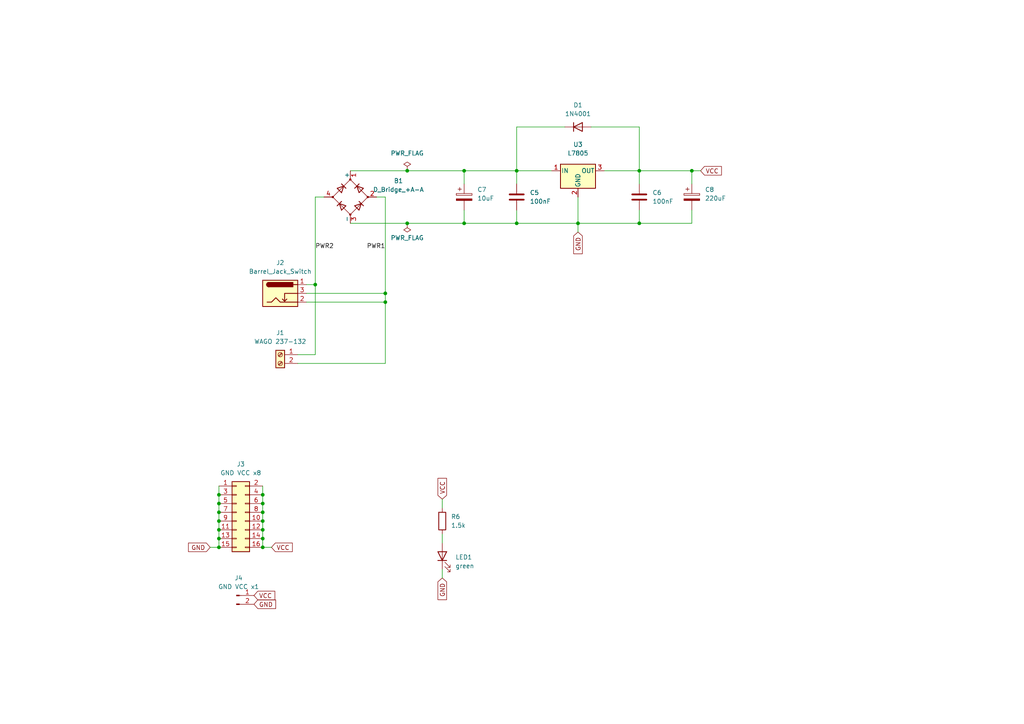
<source format=kicad_sch>
(kicad_sch (version 20211123) (generator eeschema)
  (paper "A4")
  (lib_symbols
    (symbol "Connector:Barrel_Jack_Switch" (pin_names hide)
      (property "Reference" "J" (at 0 5.334 0))
      (property "Value" "Barrel_Jack_Switch" (at 0 -5.08 0))
      (symbol "Barrel_Jack_Switch_0_1"
        (rectangle (start -5.08 3.81) (end 5.08 -3.81) (stroke (width 0.254)) (fill (type background)))
        (arc (start -3.302 3.175) (mid -3.937 2.54) (end -3.302 1.905) (stroke (width 0.254)))
        (arc (start -3.302 3.175) (mid -3.937 2.54) (end -3.302 1.905) (stroke (width 0.254)) (fill (type outline)))
        (polyline (pts (xy 1.27 -2.286) (xy 1.905 -1.651)) (stroke (width 0.254)))
        (polyline (pts (xy 5.08 2.54) (xy 3.81 2.54)) (stroke (width 0.254)))
        (polyline (pts (xy 5.08 0) (xy 1.27 0) (xy 1.27 -2.286) (xy 0.635 -1.651)) (stroke (width 0.254)))
        (polyline (pts (xy -3.81 -2.54) (xy -2.54 -2.54) (xy -1.27 -1.27) (xy 0 -2.54) (xy 2.54 -2.54) (xy 5.08 -2.54)) (stroke (width 0.254)))
        (rectangle (start 3.683 3.175) (end -3.302 1.905) (stroke (width 0.254)) (fill (type outline)))
      )
      (symbol "Barrel_Jack_Switch_1_1"
        (pin passive line (at 7.62 2.54 180) (length 2.54) (name "~") (number "1"))
        (pin passive line (at 7.62 -2.54 180) (length 2.54) (name "~") (number "2"))
        (pin passive line (at 7.62 0 180) (length 2.54) (name "~") (number "3"))
      )
    )
    (symbol "Connector:Conn_01x02_Male" (pin_names (offset 1.016) hide)
      (property "Reference" "J" (at 0 2.54 0))
      (property "Value" "Conn_01x02_Male" (at 0 -5.08 0))
      (symbol "Conn_01x02_Male_1_1"
        (polyline (pts (xy 1.27 -2.54) (xy 0.8636 -2.54)) (stroke (width 0.1524)))
        (polyline (pts (xy 1.27 0) (xy 0.8636 0)) (stroke (width 0.1524)))
        (rectangle (start 0.8636 -2.413) (end 0 -2.667) (stroke (width 0.1524)) (fill (type outline)))
        (rectangle (start 0.8636 0.127) (end 0 -0.127) (stroke (width 0.1524)) (fill (type outline)))
        (pin passive line (at 5.08 0 180) (length 3.81) (name "Pin_1") (number "1"))
        (pin passive line (at 5.08 -2.54 180) (length 3.81) (name "Pin_2") (number "2"))
      )
    )
    (symbol "Connector:Screw_Terminal_01x02" (pin_names (offset 1.016) hide)
      (property "Reference" "J" (at 0 2.54 0))
      (property "Value" "Screw_Terminal_01x02" (at 0 -5.08 0))
      (symbol "Screw_Terminal_01x02_1_1"
        (rectangle (start -1.27 1.27) (end 1.27 -3.81) (stroke (width 0.254)) (fill (type background)))
        (circle (center 0 -2.54) (radius 0.635) (stroke (width 0.1524)))
        (polyline (pts (xy -0.5334 -2.2098) (xy 0.3302 -3.048)) (stroke (width 0.1524)))
        (polyline (pts (xy -0.5334 0.3302) (xy 0.3302 -0.508)) (stroke (width 0.1524)))
        (polyline (pts (xy -0.3556 -2.032) (xy 0.508 -2.8702)) (stroke (width 0.1524)))
        (polyline (pts (xy -0.3556 0.508) (xy 0.508 -0.3302)) (stroke (width 0.1524)))
        (circle (center 0 0) (radius 0.635) (stroke (width 0.1524)))
        (pin passive line (at -5.08 0 0) (length 3.81) (name "Pin_1") (number "1"))
        (pin passive line (at -5.08 -2.54 0) (length 3.81) (name "Pin_2") (number "2"))
      )
    )
    (symbol "Connector_Generic:Conn_02x08_Odd_Even" (pin_names (offset 1.016) hide)
      (property "Reference" "J" (at 1.27 10.16 0))
      (property "Value" "Conn_02x08_Odd_Even" (at 1.27 -12.7 0))
      (symbol "Conn_02x08_Odd_Even_1_1"
        (rectangle (start -1.27 -10.033) (end 0 -10.287) (stroke (width 0.1524)))
        (rectangle (start -1.27 -7.493) (end 0 -7.747) (stroke (width 0.1524)))
        (rectangle (start -1.27 -4.953) (end 0 -5.207) (stroke (width 0.1524)))
        (rectangle (start -1.27 -2.413) (end 0 -2.667) (stroke (width 0.1524)))
        (rectangle (start -1.27 0.127) (end 0 -0.127) (stroke (width 0.1524)))
        (rectangle (start -1.27 2.667) (end 0 2.413) (stroke (width 0.1524)))
        (rectangle (start -1.27 5.207) (end 0 4.953) (stroke (width 0.1524)))
        (rectangle (start -1.27 7.747) (end 0 7.493) (stroke (width 0.1524)))
        (rectangle (start -1.27 8.89) (end 3.81 -11.43) (stroke (width 0.254)) (fill (type background)))
        (rectangle (start 3.81 -10.033) (end 2.54 -10.287) (stroke (width 0.1524)))
        (rectangle (start 3.81 -7.493) (end 2.54 -7.747) (stroke (width 0.1524)))
        (rectangle (start 3.81 -4.953) (end 2.54 -5.207) (stroke (width 0.1524)))
        (rectangle (start 3.81 -2.413) (end 2.54 -2.667) (stroke (width 0.1524)))
        (rectangle (start 3.81 0.127) (end 2.54 -0.127) (stroke (width 0.1524)))
        (rectangle (start 3.81 2.667) (end 2.54 2.413) (stroke (width 0.1524)))
        (rectangle (start 3.81 5.207) (end 2.54 4.953) (stroke (width 0.1524)))
        (rectangle (start 3.81 7.747) (end 2.54 7.493) (stroke (width 0.1524)))
        (pin passive line (at -5.08 7.62 0) (length 3.81) (name "Pin_1") (number "1"))
        (pin passive line (at 7.62 -2.54 180) (length 3.81) (name "Pin_10") (number "10"))
        (pin passive line (at -5.08 -5.08 0) (length 3.81) (name "Pin_11") (number "11"))
        (pin passive line (at 7.62 -5.08 180) (length 3.81) (name "Pin_12") (number "12"))
        (pin passive line (at -5.08 -7.62 0) (length 3.81) (name "Pin_13") (number "13"))
        (pin passive line (at 7.62 -7.62 180) (length 3.81) (name "Pin_14") (number "14"))
        (pin passive line (at -5.08 -10.16 0) (length 3.81) (name "Pin_15") (number "15"))
        (pin passive line (at 7.62 -10.16 180) (length 3.81) (name "Pin_16") (number "16"))
        (pin passive line (at 7.62 7.62 180) (length 3.81) (name "Pin_2") (number "2"))
        (pin passive line (at -5.08 5.08 0) (length 3.81) (name "Pin_3") (number "3"))
        (pin passive line (at 7.62 5.08 180) (length 3.81) (name "Pin_4") (number "4"))
        (pin passive line (at -5.08 2.54 0) (length 3.81) (name "Pin_5") (number "5"))
        (pin passive line (at 7.62 2.54 180) (length 3.81) (name "Pin_6") (number "6"))
        (pin passive line (at -5.08 0 0) (length 3.81) (name "Pin_7") (number "7"))
        (pin passive line (at 7.62 0 180) (length 3.81) (name "Pin_8") (number "8"))
        (pin passive line (at -5.08 -2.54 0) (length 3.81) (name "Pin_9") (number "9"))
      )
    )
    (symbol "Device:C" (pin_numbers hide) (pin_names (offset 0.254))
      (property "Reference" "C" (at 0.635 2.54 0))
      (property "Value" "C" (at 0.635 -2.54 0))
      (symbol "C_0_1"
        (polyline (pts (xy -2.032 -0.762) (xy 2.032 -0.762)) (stroke (width 0.508)))
        (polyline (pts (xy -2.032 0.762) (xy 2.032 0.762)) (stroke (width 0.508)))
      )
      (symbol "C_1_1"
        (pin passive line (at 0 3.81 270) (length 2.794) (name "~") (number "1"))
        (pin passive line (at 0 -3.81 90) (length 2.794) (name "~") (number "2"))
      )
    )
    (symbol "Device:C_Polarized" (pin_numbers hide) (pin_names (offset 0.254))
      (property "Reference" "C" (at 0.635 2.54 0))
      (property "Value" "C_Polarized" (at 0.635 -2.54 0))
      (symbol "C_Polarized_0_1"
        (rectangle (start -2.286 0.508) (end 2.286 1.016))
        (polyline (pts (xy -1.778 2.286) (xy -0.762 2.286)))
        (polyline (pts (xy -1.27 2.794) (xy -1.27 1.778)))
        (rectangle (start 2.286 -0.508) (end -2.286 -1.016) (fill (type outline)))
      )
      (symbol "C_Polarized_1_1"
        (pin passive line (at 0 3.81 270) (length 2.794) (name "~") (number "1"))
        (pin passive line (at 0 -3.81 90) (length 2.794) (name "~") (number "2"))
      )
    )
    (symbol "Device:D_Bridge_+A-A" (pin_names (offset 0))
      (property "Reference" "D" (at 2.54 6.985 0))
      (property "Value" "D_Bridge_+A-A" (at 2.54 5.08 0))
      (symbol "D_Bridge_+A-A_0_1"
        (circle (center -5.08 0) (radius 0.254) (fill (type outline)))
        (circle (center 0 -5.08) (radius 0.254) (fill (type outline)))
        (polyline (pts (xy -2.54 3.81) (xy -1.27 2.54)) (stroke (width 0.254)))
        (polyline (pts (xy -1.27 -2.54) (xy -2.54 -3.81)) (stroke (width 0.254)))
        (polyline (pts (xy 2.54 -1.27) (xy 3.81 -2.54)) (stroke (width 0.254)))
        (polyline (pts (xy 2.54 1.27) (xy 3.81 2.54)) (stroke (width 0.254)))
        (polyline (pts (xy -3.81 2.54) (xy -2.54 1.27) (xy -1.905 3.175) (xy -3.81 2.54)) (stroke (width 0.254)))
        (polyline (pts (xy -2.54 -1.27) (xy -3.81 -2.54) (xy -1.905 -3.175) (xy -2.54 -1.27)) (stroke (width 0.254)))
        (polyline (pts (xy 1.27 2.54) (xy 2.54 3.81) (xy 3.175 1.905) (xy 1.27 2.54)) (stroke (width 0.254)))
        (polyline (pts (xy 3.175 -1.905) (xy 1.27 -2.54) (xy 2.54 -3.81) (xy 3.175 -1.905)) (stroke (width 0.254)))
        (polyline (pts (xy -5.08 0) (xy 0 -5.08) (xy 5.08 0) (xy 0 5.08) (xy -5.08 0)))
        (circle (center 0 5.08) (radius 0.254) (fill (type outline)))
        (circle (center 5.08 0) (radius 0.254) (fill (type outline)))
      )
      (symbol "D_Bridge_+A-A_1_1"
        (pin passive line (at 7.62 0 180) (length 2.54) (name "+") (number "1"))
        (pin passive line (at 0 -7.62 90) (length 2.54) (name "~") (number "2"))
        (pin passive line (at -7.62 0 0) (length 2.54) (name "-") (number "3"))
        (pin passive line (at 0 7.62 270) (length 2.54) (name "~") (number "4"))
      )
    )
    (symbol "Device:LED" (pin_numbers hide) (pin_names (offset 1.016) hide)
      (property "Reference" "D" (at 0 2.54 0))
      (property "Value" "LED" (at 0 -2.54 0))
      (symbol "LED_0_1"
        (polyline (pts (xy -1.27 -1.27) (xy -1.27 1.27)) (stroke (width 0.254)))
        (polyline (pts (xy -1.27 0) (xy 1.27 0)))
        (polyline (pts (xy 1.27 -1.27) (xy 1.27 1.27) (xy -1.27 0) (xy 1.27 -1.27)) (stroke (width 0.254)))
        (polyline (pts (xy -3.048 -0.762) (xy -4.572 -2.286) (xy -3.81 -2.286) (xy -4.572 -2.286) (xy -4.572 -1.524)))
        (polyline (pts (xy -1.778 -0.762) (xy -3.302 -2.286) (xy -2.54 -2.286) (xy -3.302 -2.286) (xy -3.302 -1.524)))
      )
      (symbol "LED_1_1"
        (pin passive line (at -3.81 0 0) (length 2.54) (name "K") (number "1"))
        (pin passive line (at 3.81 0 180) (length 2.54) (name "A") (number "2"))
      )
    )
    (symbol "Device:R" (pin_numbers hide) (pin_names (offset 0))
      (property "Reference" "R" (at 2.032 0 90))
      (property "Value" "R" (at 0 0 90))
      (symbol "R_0_1"
        (rectangle (start -1.016 -2.54) (end 1.016 2.54) (stroke (width 0.254)))
      )
      (symbol "R_1_1"
        (pin passive line (at 0 3.81 270) (length 1.27) (name "~") (number "1"))
        (pin passive line (at 0 -3.81 90) (length 1.27) (name "~") (number "2"))
      )
    )
    (symbol "Diode:1N4001" (pin_numbers hide) (pin_names (offset 1.016) hide)
      (property "Reference" "D" (at 0 2.54 0))
      (property "Value" "1N4001" (at 0 -2.54 0))
      (symbol "1N4001_0_1"
        (polyline (pts (xy -1.27 1.27) (xy -1.27 -1.27)) (stroke (width 0.254)))
        (polyline (pts (xy 1.27 0) (xy -1.27 0)))
        (polyline (pts (xy 1.27 1.27) (xy 1.27 -1.27) (xy -1.27 0) (xy 1.27 1.27)) (stroke (width 0.254)))
      )
      (symbol "1N4001_1_1"
        (pin passive line (at -3.81 0 0) (length 2.54) (name "K") (number "1"))
        (pin passive line (at 3.81 0 180) (length 2.54) (name "A") (number "2"))
      )
    )
    (symbol "Regulator_Linear:L7805" (pin_names (offset 0.254))
      (property "Reference" "U" (at -3.81 3.175 0))
      (property "Value" "L7805" (at 0 3.175 0))
      (symbol "L7805_0_1"
        (rectangle (start -5.08 1.905) (end 5.08 -5.08) (stroke (width 0.254)) (fill (type background)))
      )
      (symbol "L7805_1_1"
        (pin power_in line (at -7.62 0 0) (length 2.54) (name "IN") (number "1"))
        (pin power_in line (at 0 -7.62 90) (length 2.54) (name "GND") (number "2"))
        (pin power_out line (at 7.62 0 180) (length 2.54) (name "OUT") (number "3"))
      )
    )
    (symbol "power:PWR_FLAG" (power) (pin_numbers hide) (pin_names (offset 0) hide)
      (property "Value" "PWR_FLAG" (at 0 3.81 0))
      (symbol "PWR_FLAG_0_0"
        (pin power_out line (at 0 0 90) (length 0) (name "pwr") (number "1"))
      )
      (symbol "PWR_FLAG_0_1"
        (polyline (pts (xy 0 0) (xy 0 1.27) (xy -1.016 1.905) (xy 0 2.54) (xy 1.016 1.905) (xy 0 1.27)))
      )
    )
  )
  (junction (at 63.5 143.51))
  (junction (at 76.2 146.05))
  (junction (at 76.2 153.67))
  (junction (at 134.62 64.77))
  (junction (at 111.76 85.09))
  (junction (at 134.62 49.53))
  (junction (at 63.5 146.05))
  (junction (at 63.5 151.13))
  (junction (at 76.2 158.75))
  (junction (at 200.66 49.53))
  (junction (at 118.11 64.77))
  (junction (at 185.42 64.77))
  (junction (at 63.5 158.75))
  (junction (at 111.76 87.63))
  (junction (at 91.44 82.55))
  (junction (at 63.5 148.59))
  (junction (at 76.2 151.13))
  (junction (at 185.42 49.53))
  (junction (at 63.5 153.67))
  (junction (at 76.2 143.51))
  (junction (at 76.2 148.59))
  (junction (at 118.11 49.53))
  (junction (at 63.5 156.21))
  (junction (at 149.86 64.77))
  (junction (at 76.2 156.21))
  (junction (at 167.64 64.77))
  (junction (at 149.86 49.53))
  (wire (pts (xy 111.76 57.15) (xy 111.76 85.09)))
  (wire (pts (xy 118.11 64.77) (xy 134.62 64.77)))
  (wire (pts (xy 60.96 158.75) (xy 63.5 158.75)))
  (wire (pts (xy 128.27 154.94) (xy 128.27 157.48)))
  (wire (pts (xy 88.9 87.63) (xy 111.76 87.63)))
  (wire (pts (xy 76.2 148.59) (xy 76.2 151.13)))
  (wire (pts (xy 76.2 158.75) (xy 78.74 158.75)))
  (wire (pts (xy 200.66 60.96) (xy 200.66 64.77)))
  (wire (pts (xy 93.98 57.15) (xy 91.44 57.15)))
  (wire (pts (xy 86.36 102.87) (xy 91.44 102.87)))
  (wire (pts (xy 63.5 143.51) (xy 63.5 146.05)))
  (wire (pts (xy 63.5 140.97) (xy 63.5 143.51)))
  (wire (pts (xy 200.66 49.53) (xy 203.2 49.53)))
  (wire (pts (xy 185.42 49.53) (xy 185.42 53.34)))
  (wire (pts (xy 101.6 64.77) (xy 118.11 64.77)))
  (wire (pts (xy 149.86 36.83) (xy 149.86 49.53)))
  (wire (pts (xy 111.76 57.15) (xy 109.22 57.15)))
  (wire (pts (xy 63.5 151.13) (xy 63.5 153.67)))
  (wire (pts (xy 167.64 64.77) (xy 167.64 67.31)))
  (wire (pts (xy 111.76 105.41) (xy 111.76 87.63)))
  (wire (pts (xy 63.5 153.67) (xy 63.5 156.21)))
  (wire (pts (xy 76.2 143.51) (xy 76.2 146.05)))
  (wire (pts (xy 76.2 153.67) (xy 76.2 156.21)))
  (wire (pts (xy 76.2 151.13) (xy 76.2 153.67)))
  (wire (pts (xy 149.86 60.96) (xy 149.86 64.77)))
  (wire (pts (xy 91.44 57.15) (xy 91.44 82.55)))
  (wire (pts (xy 111.76 87.63) (xy 111.76 85.09)))
  (wire (pts (xy 167.64 64.77) (xy 149.86 64.77)))
  (wire (pts (xy 88.9 82.55) (xy 91.44 82.55)))
  (wire (pts (xy 63.5 148.59) (xy 63.5 151.13)))
  (wire (pts (xy 91.44 82.55) (xy 91.44 102.87)))
  (wire (pts (xy 185.42 64.77) (xy 167.64 64.77)))
  (wire (pts (xy 185.42 36.83) (xy 185.42 49.53)))
  (wire (pts (xy 134.62 64.77) (xy 134.62 60.96)))
  (wire (pts (xy 200.66 49.53) (xy 200.66 53.34)))
  (wire (pts (xy 175.26 49.53) (xy 185.42 49.53)))
  (wire (pts (xy 118.11 49.53) (xy 134.62 49.53)))
  (wire (pts (xy 86.36 105.41) (xy 111.76 105.41)))
  (wire (pts (xy 76.2 146.05) (xy 76.2 148.59)))
  (wire (pts (xy 171.45 36.83) (xy 185.42 36.83)))
  (wire (pts (xy 185.42 49.53) (xy 200.66 49.53)))
  (wire (pts (xy 163.83 36.83) (xy 149.86 36.83)))
  (wire (pts (xy 200.66 64.77) (xy 185.42 64.77)))
  (wire (pts (xy 167.64 57.15) (xy 167.64 64.77)))
  (wire (pts (xy 128.27 144.78) (xy 128.27 147.32)))
  (wire (pts (xy 88.9 85.09) (xy 111.76 85.09)))
  (wire (pts (xy 63.5 146.05) (xy 63.5 148.59)))
  (wire (pts (xy 101.6 49.53) (xy 118.11 49.53)))
  (wire (pts (xy 76.2 140.97) (xy 76.2 143.51)))
  (wire (pts (xy 134.62 49.53) (xy 149.86 49.53)))
  (wire (pts (xy 128.27 165.1) (xy 128.27 167.64)))
  (wire (pts (xy 63.5 156.21) (xy 63.5 158.75)))
  (wire (pts (xy 149.86 49.53) (xy 149.86 53.34)))
  (wire (pts (xy 149.86 49.53) (xy 160.02 49.53)))
  (wire (pts (xy 76.2 156.21) (xy 76.2 158.75)))
  (wire (pts (xy 149.86 64.77) (xy 134.62 64.77)))
  (wire (pts (xy 134.62 49.53) (xy 134.62 53.34)))
  (wire (pts (xy 185.42 60.96) (xy 185.42 64.77)))
  (label "PWR2" (at 91.44 72.39 0))
  (label "PWR1" (at 111.76 72.39 180))
  (global_label "VCC" (shape input) (at 203.2 49.53 0) (property "Intersheet References" "${INTERSHEET_REFS}" (effects hide)))
  (global_label "GND" (shape input) (at 60.96 158.75 180) (property "Intersheet References" "${INTERSHEET_REFS}" (effects hide)))
  (global_label "VCC" (shape input) (at 73.66 172.72 0) (property "Intersheet References" "${INTERSHEET_REFS}" (effects hide)))
  (global_label "VCC" (shape input) (at 78.74 158.75 0) (property "Intersheet References" "${INTERSHEET_REFS}" (effects hide)))
  (global_label "VCC" (shape input) (at 128.27 144.78 90) (property "Intersheet References" "${INTERSHEET_REFS}" (effects hide)))
  (global_label "GND" (shape input) (at 128.27 167.64 270) (property "Intersheet References" "${INTERSHEET_REFS}" (effects hide)))
  (global_label "GND" (shape input) (at 167.64 67.31 270) (property "Intersheet References" "${INTERSHEET_REFS}" (effects hide)))
  (global_label "GND" (shape input) (at 73.66 175.26 0) (property "Intersheet References" "${INTERSHEET_REFS}" (effects hide)))
  (symbol (lib_id "Diode:1N4001") (at 167.64 36.83 0) (unit 1)
    (property "Reference" "D1" (at 167.64 30.48 0))
    (property "Value" "1N4001" (at 167.64 33.02 0))
    (property "Footprint" "Diode_THT:D_DO-41_SOD81_P10.16mm_Horizontal" (effects hide))
    (property "Datasheet" "http://www.vishay.com/docs/88503/1n4001.pdf" (effects hide))
  )
  (symbol (lib_id "Regulator_Linear:L7805") (at 167.64 49.53 0) (unit 1)
    (property "Reference" "U3" (at 167.64 41.91 0))
    (property "Value" "L7805" (at 167.64 44.45 0))
    (property "Footprint" "Package_TO_SOT_THT:TO-220-3_Horizontal_TabDown" (effects hide))
    (property "Datasheet" "http://www.st.com/content/ccc/resource/technical/document/datasheet/41/4f/b3/b0/12/d4/47/88/CD00000444.pdf/files/CD00000444.pdf/jcr:content/translations/en.CD00000444.pdf" (effects hide))
  )
  (symbol (lib_id "Device:C") (at 149.86 57.15 0) (unit 1)
    (property "Reference" "C5" (at 153.67 55.8799 0) (effects (justify left)))
    (property "Value" "100nF" (at 153.67 58.4199 0) (effects (justify left)))
    (property "Footprint" "Capacitor_THT:C_Disc_D5.0mm_W2.5mm_P5.00mm" (effects hide))
  )
  (symbol (lib_id "Device:LED") (at 128.27 161.29 90) (unit 1)
    (property "Reference" "LED1" (at 132.08 161.6074 90) (effects (justify right)))
    (property "Value" "green" (at 132.08 164.1474 90) (effects (justify right)))
    (property "Footprint" "LED_THT:LED_D3.0mm" (effects hide))
  )
  (symbol (lib_id "power:PWR_FLAG") (at 118.11 49.53 0) (unit 1)
    (property "Reference" "#FLG0102" (effects hide))
    (property "Value" "PWR_FLAG" (at 118.11 44.45 0))
  )
  (symbol (lib_id "Connector:Screw_Terminal_01x02") (at 81.28 102.87 0) (mirror y) (unit 1)
    (property "Reference" "J1" (at 81.28 96.52 0))
    (property "Value" "WAGO 237-132" (at 81.28 99.06 0))
    (property "Footprint" "TerminalBlock_RND:TerminalBlock_RND_205-00001_1x02_P5.00mm_Horizontal" (effects hide))
    (property "Datasheet" "https://www.wago.com/global/products/datasheets/Datasheet.pdf?product=237-132&lang=en" (effects hide))
  )
  (symbol (lib_id "Device:C_Polarized") (at 200.66 57.15 0) (unit 1)
    (property "Reference" "C8" (at 204.47 54.9909 0) (effects (justify left)))
    (property "Value" "220uF" (at 204.47 57.5309 0) (effects (justify left)))
    (property "Footprint" "Capacitor_THT:CP_Radial_D10.0mm_P5.00mm" (effects hide))
  )
  (symbol (lib_id "Device:C") (at 185.42 57.15 0) (unit 1)
    (property "Reference" "C6" (at 189.23 55.8799 0) (effects (justify left)))
    (property "Value" "100nF" (at 189.23 58.4199 0) (effects (justify left)))
    (property "Footprint" "Capacitor_THT:C_Disc_D5.0mm_W2.5mm_P5.00mm" (effects hide))
  )
  (symbol (lib_id "Connector_Generic:Conn_02x08_Odd_Even") (at 68.58 148.59 0) (unit 1)
    (property "Reference" "J3" (at 69.85 134.62 0))
    (property "Value" "GND VCC x8" (at 69.85 137.16 0))
    (property "Footprint" "Connector_PinHeader_2.54mm:PinHeader_2x08_P2.54mm_Vertical" (effects hide))
  )
  (symbol (lib_id "Connector:Barrel_Jack_Switch") (at 81.28 85.09 0) (unit 1)
    (property "Reference" "J2" (at 81.28 76.2 0))
    (property "Value" "Barrel_Jack_Switch" (at 81.28 78.74 0))
    (property "Footprint" "Connector_BarrelJack:BarrelJack_Horizontal" (effects hide))
    (property "Datasheet" "https://downloads.lumberg.com/datenblaetter/de/1613_18.pdf" (effects hide))
  )
  (symbol (lib_id "power:PWR_FLAG") (at 118.11 64.77 180) (unit 1)
    (property "Reference" "#FLG0103" (effects hide))
    (property "Value" "PWR_FLAG" (at 113.2803 68.9931 0) (effects (justify right)))
  )
  (symbol (lib_id "Connector:Conn_01x02_Male") (at 68.58 172.72 0) (unit 1)
    (property "Reference" "J4" (at 69.215 167.64 0))
    (property "Value" "GND VCC x1" (at 69.215 170.18 0))
    (property "Footprint" "Connector_PinHeader_2.54mm:PinHeader_1x02_P2.54mm_Vertical" (effects hide))
  )
  (symbol (lib_id "Device:D_Bridge_+A-A") (at 101.6 57.15 90) (unit 1)
    (property "Reference" "B1" (at 115.57 52.451 90))
    (property "Value" "D_Bridge_+A-A" (at 115.57 54.991 90))
    (property "Footprint" "Diode_THT:Diode_Bridge_Round_D8.9mm" (effects hide))
  )
  (symbol (lib_id "Device:C_Polarized") (at 134.62 57.15 0) (unit 1)
    (property "Reference" "C7" (at 138.43 54.9909 0) (effects (justify left)))
    (property "Value" "10uF" (at 138.43 57.5309 0) (effects (justify left)))
    (property "Footprint" "Capacitor_THT:CP_Axial_L18.0mm_D6.5mm_P25.00mm_Horizontal" (effects hide))
  )
  (symbol (lib_id "Device:R") (at 128.27 151.13 0) (unit 1)
    (property "Reference" "R6" (at 130.81 149.8599 0) (effects (justify left)))
    (property "Value" "1.5k" (at 130.81 152.3999 0) (effects (justify left)))
    (property "Footprint" "Resistor_THT:R_Axial_DIN0207_L6.3mm_D2.5mm_P10.16mm_Horizontal" (effects hide))
  )
)
</source>
